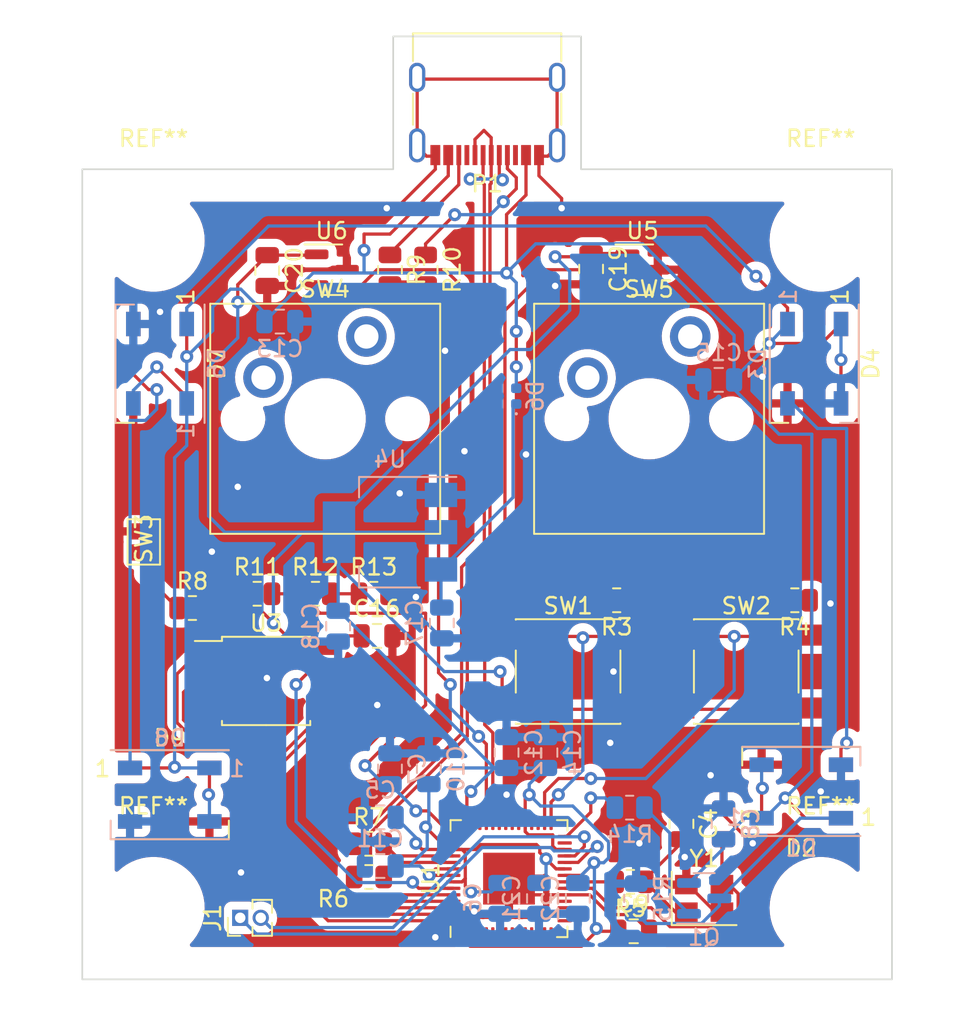
<source format=kicad_pcb>
(kicad_pcb (version 20211014) (generator pcbnew)
  (layers (0 "F.Cu" signal) (31 "B.Cu" signal) (34 "B.Paste" user) (35 "F.Paste" user) (36 "B.SilkS" user "B.Silkscreen") (37 "F.SilkS" user "F.Silkscreen") (38 "B.Mask" user) (39 "F.Mask" user) (44 "Edge.Cuts" user))
  (net 0 "")
  (net 1 "AUX0")
  (net 2 "GND")
  (net 3 "AUX1")
  (net 4 "Net-(C3-Pad2)")
  (net 5 "Net-(C4-Pad2)")
  (net 6 "Net-(C21-Pad1)")
  (net 7 "+3.3V")
  (net 8 "VBUS")
  (net 9 "Net-(C17-Pad1)")
  (net 10 "Net-(D1-Pad2)")
  (net 11 "Net-(D1-Pad4)")
  (net 12 "Net-(D2-Pad2)")
  (net 13 "Net-(D3-Pad2)")
  (net 14 "Net-(D4-Pad2)")
  (net 15 "Net-(D5-Pad2)")
  (net 16 "Net-(P1-PadA5)")
  (net 17 "USB_DP")
  (net 18 "Net-(P1-PadB5)")
  (net 19 "Net-(R5-Pad2)")
  (net 20 "Net-(R8-Pad1)")
  (net 21 "QSPI_SS")
  (net 22 "ADC_AVDD")
  (net 23 "Net-(R12-Pad2)")
  (net 31 "RGB_D0")
  (net 36 "Net-(J1-Pad1)")
  (net 37 "Net-(J1-Pad2)")
  (net 45 "ADC0")
  (net 46 "ADC1")
  (net 48 "QSPI_SD3")
  (net 49 "QSPI_SCLK")
  (net 50 "QSPI_SD0")
  (net 51 "QSPI_SD2")
  (net 52 "QSPI_SD1")
  (net 53 "USB_DN")
  (net 54 "/ANON_USB_DP")
  (net 55 "/ANON_USB_DN")
  (net 61 "Net-(D7-Pad2)")
  (net 62 "Net-(D8-Pad2)")
  (net 69 "Net-(Q1-Pad1)")
  (footprint "Switch_Keyboard_Cherry_MX:SW_Cherry_MX_PCB_1.00u" (layer "F.Cu") (at 95 79.4)
    (fp_text reference "SW4")
    (fp_text value "NO FIT")
  )
  (footprint "Crystal:Crystal_SMD_3225-4Pin_3.2x2.5mm" (layer "F.Cu") (at 118.4 109)
    (fp_text reference "Y1")
    (fp_text value "NX3225SA-12MHz-STD-CSR-6")
  )
  (footprint "Capacitor_SMD:C_0805_2012Metric" (layer "F.Cu") (at 91.42 70.25 -90)
    (fp_text reference "C20")
    (fp_text value "100n")
  )
  (footprint "Package_TO_SOT_SMD:SOT-23" (layer "F.Cu") (at 95.4 70.2)
    (fp_text reference "U6")
    (fp_text value "DRV5053VAQDBZR")
  )
  (footprint "Button_Switch_SMD:SW_Push_1P1T_NO_6x6mm_H9.5mm" (layer "F.Cu") (at 110 95)
    (fp_text reference "SW1")
    (fp_text value "TS04-66-70-BK-100-SMT")
  )
  (footprint "Package_TO_SOT_SMD:SOT-23" (layer "F.Cu") (at 114.6 70.2)
    (fp_text reference "U5")
    (fp_text value "DRV5053VAQDBZR")
  )
  (footprint "Connector_PinHeader_1.27mm:PinHeader_1x02_P1.27mm_Vertical" (layer "F.Cu") (at 89.75 110.2 90)
    (fp_text reference "J1")
    (fp_text value "NO FIT")
  )
  (footprint "Package_SO:SOIC-8_5.23x5.23mm_P1.27mm" (layer "F.Cu") (at 91.35 95.58)
    (fp_text reference "U3")
    (fp_text value "W25Q16JVSSIQ")
  )
  (footprint "Connector_USB:USB_C_Receptacle_G-Switch_GT-USB-7010ASV" (layer "F.Cu") (at 105 59.4 180)
    (fp_text reference "P1")
    (fp_text value "GT-USB-7010ASV")
  )
  (footprint "Resistor_SMD:R_0805_2012Metric" (layer "F.Cu") (at 94.4 90.2)
    (fp_text reference "R12")
    (fp_text value "27R")
  )
  (footprint "Capacitor_SMD:C_0805_2012Metric" (layer "F.Cu") (at 119.6 104.4 -90)
    (fp_text reference "C3")
    (fp_text value "2p")
  )
  (footprint "Capacitor_SMD:C_0805_2012Metric" (layer "F.Cu") (at 114.05 111.03)
    (fp_text reference "C9")
    (fp_text value "100n")
  )
  (footprint "Capacitor_SMD:C_0805_2012Metric" (layer "F.Cu") (at 98.2 92.8)
    (fp_text reference "C16")
    (fp_text value "100n")
  )
  (footprint "Resistor_SMD:R_0805_2012Metric" (layer "F.Cu") (at 113 90.6 180)
    (fp_text reference "R3")
    (fp_text value "10K")
  )
  (footprint "Resistor_SMD:R_0805_2012Metric" (layer "F.Cu") (at 101.2 70.2 -90)
    (fp_text reference "R10")
    (fp_text value "5K1")
  )
  (footprint "Capacitor_SMD:C_0805_2012Metric" (layer "F.Cu") (at 111.42 70.15 -90)
    (fp_text reference "C19")
    (fp_text value "100n")
  )
  (footprint "Package_DFN_QFN:QFN-56-1EP_7x7mm_P0.4mm_EP3.2x3.2mm" (layer "F.Cu") (at 106.35 107.78 90)
    (fp_text reference "U1")
    (fp_text value "RP2040")
  )
  (footprint "Resistor_SMD:R_0805_2012Metric" (layer "F.Cu") (at 113.85 107.98 180)
    (fp_text reference "R5")
    (fp_text value "1K")
  )
  (footprint "Capacitor_SMD:C_0805_2012Metric" (layer "F.Cu") (at 117 104.4 -90)
    (fp_text reference "C4")
    (fp_text value "2p")
  )
  (footprint "Resistor_SMD:R_0805_2012Metric" (layer "F.Cu") (at 97.7 107.68)
    (fp_text reference "R6")
    (fp_text value "27R")
  )
  (footprint "Button_Switch_SMD:SW_Push_1P1T_NO_6x6mm_H9.5mm" (layer "F.Cu") (at 121 95)
    (fp_text reference "SW2")
    (fp_text value "TS04-66-70-BK-100-SMT")
  )
  (footprint "Resistor_SMD:R_0805_2012Metric" (layer "F.Cu") (at 90.8 90.2)
    (fp_text reference "R11")
    (fp_text value "27R")
  )
  (footprint "Switch_Keyboard_Cherry_MX:SW_Cherry_MX_PCB_1.00u" (layer "F.Cu") (at 115 79.4)
    (fp_text reference "SW5")
    (fp_text value "NO FIT")
  )
  (footprint "LED_SMD:LED_WS2812B_PLCC4_5.0x5.0mm_P3.2mm" (layer "F.Cu") (at 124.4 102.4 180)
    (fp_text reference "D2")
    (fp_text value "WS2812B-B/T")
  )
  (footprint "Resistor_SMD:R_0805_2012Metric" (layer "F.Cu") (at 98 90.2)
    (fp_text reference "R13")
    (fp_text value "27R")
  )
  (footprint "LED_SMD:LED_WS2812B_PLCC4_5.0x5.0mm_P3.2mm" (layer "F.Cu") (at 84.8 76 -90)
    (fp_text reference "D7")
    (fp_text value "WS2812B-B/T")
  )
  (footprint "Jumper:SolderJumper-2_P1.3mm_Open_Pad1.0x1.5mm" (layer "F.Cu") (at 83.8 87 -90)
    (fp_text reference "SW3")
    (fp_text value "NO FIT")
  )
  (footprint "MountingHole:MountingHole_5.3mm_M5" (layer "F.Cu") (at 84.4 109.6)
    (fp_text reference "REF**")
    (fp_text value "MountingHole_5.3mm_M5")
  )
  (footprint "MountingHole:MountingHole_5.3mm_M5" (layer "F.Cu") (at 84.4 68.4)
    (fp_text reference "REF**")
    (fp_text value "MountingHole_5.3mm_M5")
  )
  (footprint "LED_SMD:LED_WS2812B_PLCC4_5.0x5.0mm_P3.2mm" (layer "F.Cu") (at 85.4 102.6)
    (fp_text reference "D9")
    (fp_text value "WS2812B-B/T")
  )
  (footprint "LED_SMD:LED_WS2812B_PLCC4_5.0x5.0mm_P3.2mm" (layer "F.Cu") (at 125.2 76 -90)
    (fp_text reference "D4")
    (fp_text value "WS2812B-B/T")
  )
  (footprint "MountingHole:MountingHole_5.3mm_M5" (layer "F.Cu") (at 125.6 109.6)
    (fp_text reference "REF**")
    (fp_text value "MountingHole_5.3mm_M5")
  )
  (footprint "Resistor_SMD:R_0805_2012Metric" (layer "F.Cu") (at 97.7 105.63)
    (fp_text reference "R7")
    (fp_text value "27R")
  )
  (footprint "Resistor_SMD:R_0805_2012Metric" (layer "F.Cu") (at 124 90.6 180)
    (fp_text reference "R4")
    (fp_text value "10K")
  )
  (footprint "Resistor_SMD:R_0805_2012Metric" (layer "F.Cu") (at 99 70.2 -90)
    (fp_text reference "R9")
    (fp_text value "5K1")
  )
  (footprint "MountingHole:MountingHole_5.3mm_M5" (layer "F.Cu") (at 125.6 68.4)
    (fp_text reference "REF**")
    (fp_text value "MountingHole_5.3mm_M5")
  )
  (footprint "Resistor_SMD:R_0805_2012Metric" (layer "F.Cu") (at 86.8 91.08)
    (fp_text reference "R8")
    (fp_text value "1K")
  )
  (footprint "LED_SMD:LED_WS2812B_PLCC4_5.0x5.0mm_P3.2mm" (layer "B.Cu") (at 125.2 76 -90)
    (fp_text reference "D3")
    (fp_text value "WS2812B-B/T")
  )
  (footprint "Capacitor_SMD:C_0805_2012Metric" (layer "B.Cu") (at 119.6 104.4 90)
    (fp_text reference "C8")
    (fp_text value "100n")
  )
  (footprint "LED_SMD:LED_WS2812B_PLCC4_5.0x5.0mm_P3.2mm" (layer "B.Cu") (at 85.4 102.6 180)
    (fp_text reference "D8")
    (fp_text value "WS2812B-B/T")
  )
  (footprint "Resistor_SMD:R_0805_2012Metric" (layer "B.Cu") (at 113.8 103.4)
    (fp_text reference "R14")
    (fp_text value "1K")
  )
  (footprint "Package_TO_SOT_SMD:SOT-223-3_TabPin2" (layer "B.Cu") (at 99 86.4 180)
    (fp_text reference "U4")
    (fp_text value "NCP1117-3.3_SOT223")
  )
  (footprint "Capacitor_SMD:C_0805_2012Metric" (layer "B.Cu") (at 108.6 100 90)
    (fp_text reference "C14")
    (fp_text value "100n")
  )
  (footprint "Capacitor_SMD:C_0805_2012Metric" (layer "B.Cu") (at 92.2 73.4)
    (fp_text reference "C13")
    (fp_text value "100n")
  )
  (footprint "Capacitor_SMD:C_0805_2012Metric" (layer "B.Cu") (at 106.2 100 90)
    (fp_text reference "C12")
    (fp_text value "100n")
  )
  (footprint "LED_SMD:LED_WS2812B_PLCC4_5.0x5.0mm_P3.2mm" (layer "B.Cu") (at 124.4 102.4)
    (fp_text reference "D1")
    (fp_text value "WS2812B-B/T")
  )
  (footprint "Capacitor_SMD:C_0805_2012Metric" (layer "B.Cu") (at 108.2 109 -90)
    (fp_text reference "C21")
    (fp_text value "100n")
  )
  (footprint "Package_TO_SOT_SMD:SOT-23" (layer "B.Cu") (at 118.4 109)
    (fp_text reference "Q1")
    (fp_text value "BC807-40LT1G")
  )
  (footprint "Resistor_SMD:R_0805_2012Metric" (layer "B.Cu") (at 114.2 109 90)
    (fp_text reference "R15")
    (fp_text value "10K")
  )
  (footprint "Diode_SMD:D_0402_1005Metric" (layer "B.Cu") (at 106.8 78 90)
    (fp_text reference "D6")
    (fp_text value "RB161QS-40")
  )
  (footprint "Capacitor_SMD:C_0805_2012Metric" (layer "B.Cu") (at 101.4 101 90)
    (fp_text reference "C10")
    (fp_text value "1u")
  )
  (footprint "Capacitor_SMD:C_0805_2012Metric" (layer "B.Cu") (at 105.8 109 -90)
    (fp_text reference "C6")
    (fp_text value "100n")
  )
  (footprint "Capacitor_SMD:C_0805_2012Metric" (layer "B.Cu") (at 95.8 92.2 -90)
    (fp_text reference "C18")
    (fp_text value "10u")
  )
  (footprint "Capacitor_SMD:C_0805_2012Metric" (layer "B.Cu") (at 119.3 77 180)
    (fp_text reference "C15")
    (fp_text value "100n")
  )
  (footprint "Capacitor_SMD:C_0805_2012Metric" (layer "B.Cu") (at 102.2 92 -90)
    (fp_text reference "C17")
    (fp_text value "10u")
  )
  (footprint "Capacitor_SMD:C_0805_2012Metric" (layer "B.Cu") (at 99 101 90)
    (fp_text reference "C7")
    (fp_text value "1u")
  )
  (footprint "LED_SMD:LED_WS2812B_PLCC4_5.0x5.0mm_P3.2mm" (layer "B.Cu") (at 84.8 76 90)
    (fp_text reference "D5")
    (fp_text value "WS2812B-B/T")
  )
  (footprint "Capacitor_SMD:C_0805_2012Metric" (layer "B.Cu") (at 110.6 109 -90)
    (fp_text reference "C22")
    (fp_text value "100n")
  )
  (footprint "Capacitor_SMD:C_0805_2012Metric" (layer "B.Cu") (at 98.4 107 180)
    (fp_text reference "C11")
    (fp_text value "100n")
  )
  (footprint "Capacitor_SMD:C_0805_2012Metric" (layer "B.Cu") (at 98.4 104 180)
    (fp_text reference "C5")
    (fp_text value "1u")
  )
  (gr_poly locked (pts (xy 110.8 64) (xy 130 64) (xy 130 114) (xy 80 114) (xy 80 64) (xy 99.2 64) (xy 99.2 55.8) (xy 110.8 55.8)) (layer "Edge.Cuts") (width 0.1) (fill none))
  (segment (start 110.83 92.83) (end 105.925 92.83) (width 0.2) (layer "F.Cu") (net 1))
  (segment (start 110.9125 92.9125) (end 110.83 92.83) (width 0.2) (layer "F.Cu") (net 1))
  (segment (start 105.925 92.83) (end 113.875 92.83) (width 0.2) (layer "F.Cu") (net 1))
  (segment (start 108.95 104.3425) (end 108.95 103.05) (width 0.2) (layer "F.Cu") (net 1))
  (segment (start 113.875 92.83) (end 113.875 90.6375) (width 0.2) (layer "F.Cu") (net 1))
  (segment (start 113.875 90.6375) (end 113.9125 90.6) (width 0.2) (layer "F.Cu") (net 1))
  (segment (start 108.95 103.05) (end 109.4 102.6) (width 0.2) (layer "F.Cu") (net 1))
  (via (at 110.9125 92.9125) (size 0.8) (drill 0.4) (layers "F.Cu" "B.Cu") (net 1))
  (via (at 109.4 102.6) (size 0.8) (drill 0.4) (layers "F.Cu" "B.Cu") (net 1))
  (segment (start 110.9125 101.0875) (end 109.4 102.6) (width 0.2) (layer "B.Cu") (net 1))
  (segment (start 110.9125 92.9125) (end 110.9125 101.0875) (width 0.2) (layer "B.Cu") (net 1))
  (segment (start 112.554314 110) (end 113.97 110) (width 0.2) (layer "F.Cu") (net 2))
  (segment (start 89.315 97.485) (end 91.4 95.4) (width 0.2) (layer "F.Cu") (net 2))
  (segment (start 121.4 105.6) (end 121.352817 105.6) (width 0.2) (layer "F.Cu") (net 2))
  (segment (start 121.352817 105.6) (end 119.6 103.847183) (width 0.2) (layer "F.Cu") (net 2))
  (segment (start 117.3 108.15) (end 117.3 106.5495) (width 0.2) (layer "F.Cu") (net 2))
  (segment (start 109.6 66.4) (end 109.6 65.8) (width 0.2) (layer "F.Cu") (net 2))
  (segment (start 98.8 66.4) (end 99.4 66.4) (width 0.2) (layer "F.Cu") (net 2))
  (segment (start 101.255 63.19) (end 100.68 62.615) (width 0.2) (layer "F.Cu") (net 2))
  (segment (start 119.1 109.85) (end 119.5 109.85) (width 0.2) (layer "F.Cu") (net 2))
  (segment (start 109.6 65.8) (end 108.2 64.4) (width 0.2) (layer "F.Cu") (net 2))
  (segment (start 108.745 63.19) (end 109.32 62.615) (width 0.2) (layer "F.Cu") (net 2))
  (segment (start 108.2 63.19) (end 108.745 63.19) (width 0.2) (layer "F.Cu") (net 2))
  (segment (start 117.3 106.5495) (end 117.2 106.4495) (width 0.2) (layer "F.Cu") (net 2))
  (segment (start 100.68 58.435) (end 109.32 58.435) (width 0.2) (layer "F.Cu") (net 2))
  (segment (start 107.35 108.78) (end 106.35 107.78) (width 0.2) (layer "F.Cu") (net 2))
  (segment (start 109.32 58.435) (end 109.32 62.615) (width 0.2) (layer "F.Cu") (net 2))
  (segment (start 101.8 64) (end 101.8 63.19) (width 0.2) (layer "F.Cu") (net 2))
  (segment (start 113.97 110) (end 115 111.03) (width 0.2) (layer "F.Cu") (net 2))
  (segment (start 119.6 103.847183) (end 119.6 103.45) (width 0.2) (layer "F.Cu") (net 2))
  (segment (start 109.7875 108.78) (end 111.334314 108.78) (width 0.2) (layer "F.Cu") (net 2))
  (segment (start 87.75 97.485) (end 89.315 97.485) (width 0.2) (layer "F.Cu") (net 2))
  (segment (start 117.3 108.15) (end 117.4 108.15) (width 0.2) (layer "F.Cu") (net 2))
  (segment (start 108.2 64.4) (end 108.2 63.19) (width 0.2) (layer "F.Cu") (net 2))
  (segment (start 99.4 66.4) (end 101.8 64) (width 0.2) (layer "F.Cu") (net 2))
  (segment (start 117.4 108.15) (end 119.1 109.85) (width 0.2) (layer "F.Cu") (net 2))
  (segment (start 100.68 62.615) (end 100.68 58.435) (width 0.2) (layer "F.Cu") (net 2))
  (segment (start 101.8 63.19) (end 101.255 63.19) (width 0.2) (layer "F.Cu") (net 2))
  (segment (start 109.7875 108.78) (end 107.35 108.78) (width 0.2) (layer "F.Cu") (net 2))
  (segment (start 111.334314 108.78) (end 112.554314 110) (width 0.2) (layer "F.Cu") (net 2))
  (via (at 121.4 105.6) (size 0.8) (drill 0.4) (layers "F.Cu" "B.Cu") (net 2))
  (via (at 117.2 106.4495) (size 0.8) (drill 0.4) (layers "F.Cu" "B.Cu") (net 2))
  (via (at 84.8 72.8) (size 0.8) (drill 0.4) (layers "F.Cu" "B.Cu") (net 2))
  (via (at 112.6 99.4) (size 0.8) (drill 0.4) (layers "F.Cu" "B.Cu") (net 2))
  (via (at 98.215064 97.065109) (size 0.8) (drill 0.4) (layers "F.Cu" "B.Cu") (net 2))
  (via (at 89.6 83.6) (size 0.8) (drill 0.4) (layers "F.Cu" "B.Cu") (net 2))
  (via (at 101.8 111.4) (size 0.8) (drill 0.4) (layers "F.Cu" "B.Cu") (net 2))
  (via (at 99.6 84) (size 0.8) (drill 0.4) (layers "F.Cu" "B.Cu") (net 2))
  (via (at 109.6 66.4) (size 0.8) (drill 0.4) (layers "F.Cu" "B.Cu") (net 2))
  (via (at 109.2 71.2) (size 0.8) (drill 0.4) (layers "F.Cu" "B.Cu") (net 2))
  (via (at 98.8 66.4) (size 0.8) (drill 0.4) (layers "F.Cu" "B.Cu") (net 2))
  (via (at 125.6 102.4) (size 0.8) (drill 0.4) (layers "F.Cu" "B.Cu") (net 2))
  (via (at 126.2 90.8) (size 0.8) (drill 0.4) (layers "F.Cu" "B.Cu") (net 2))
  (via (at 103.6 81.4) (size 0.8) (drill 0.4) (layers "F.Cu" "B.Cu") (net 2))
  (via (at 114.4 105.6) (size 0.8) (drill 0.4) (layers "F.Cu" "B.Cu") (net 2))
  (via (at 91.4 95.4) (size 0.8) (drill 0.4) (layers "F.Cu" "B.Cu") (net 2))
  (via (at 88 87.6) (size 0.8) (drill 0.4) (layers "F.Cu" "B.Cu") (net 2))
  (via (at 100.6 90.4) (size 0.8) (drill 0.4) (layers "F.Cu" "B.Cu") (net 2))
  (via (at 102.4 75.2) (size 0.8) (drill 0.4) (layers "F.Cu" "B.Cu") (net 2))
  (via (at 104.2 109.8) (size 0.8) (drill 0.4) (layers "F.Cu" "B.Cu") (net 2))
  (via (at 118.8 101.4) (size 0.8) (drill 0.4) (layers "F.Cu" "B.Cu") (net 2))
  (via (at 89.8 107.4) (size 0.8) (drill 0.4) (layers "F.Cu" "B.Cu") (net 2))
  (via (at 106.2 102.6) (size 0.8) (drill 0.4) (layers "F.Cu" "B.Cu") (net 2))
  (via (at 122 76.8) (size 0.8) (drill 0.4) (layers "F.Cu" "B.Cu") (net 2))
  (via (at 107.4 81.6) (size 0.8) (drill 0.4) (layers "F.Cu" "B.Cu") (net 2))
  (via (at 112.8 95) (size 0.8) (drill 0.4) (layers "F.Cu" "B.Cu") (net 2))
  (segment (start 117.2 106.4495) (end 117.785403 105.864097) (width 0.2) (layer "B.Cu") (net 2))
  (segment (start 100.6 91.35) (end 102.2 92.95) (width 0.2) (layer "B.Cu") (net 2))
  (segment (start 117.785403 105.864097) (end 117.785403 105.264597) (width 0.2) (layer "B.Cu") (net 2))
  (segment (start 117.785403 105.264597) (end 119.6 103.45) (width 0.2) (layer "B.Cu") (net 2))
  (segment (start 100.6 90.4) (end 100.6 91.35) (width 0.2) (layer "B.Cu") (net 2))
  (segment (start 109.41005 101.6) (end 111.4 101.6) (width 0.2) (layer "F.Cu") (net 3))
  (segment (start 125.025 92.83) (end 125.025 90.7125) (width 0.2) (layer "F.Cu") (net 3))
  (segment (start 125.025 90.7125) (end 124.9125 90.6) (width 0.2) (layer "F.Cu") (net 3))
  (segment (start 108.55 104.3425) (end 108.55 102.46005) (width 0.2) (layer "F.Cu") (net 3))
  (segment (start 117.075 92.83) (end 125.025 92.83) (width 0.2) (layer "F.Cu") (net 3))
  (segment (start 108.55 102.46005) (end 109.41005 101.6) (width 0.2) (layer "F.Cu") (net 3))
  (segment (start 117.075 92.83) (end 120.2575 92.83) (width 0.2) (layer "F.Cu") (net 3))
  (via (at 111.4 101.6) (size 0.8) (drill 0.4) (layers "F.Cu" "B.Cu") (net 3))
  (via (at 120.2575 92.83) (size 0.8) (drill 0.4) (layers "F.Cu" "B.Cu") (net 3))
  (segment (start 120.2575 92.83) (end 120.2575 96.145317) (width 0.2) (layer "B.Cu") (net 3))
  (segment (start 114.802817 101.6) (end 111.4 101.6) (width 0.2) (layer "B.Cu") (net 3))
  (segment (start 120.2575 96.145317) (end 114.802817 101.6) (width 0.2) (layer "B.Cu") (net 3))
  (segment (start 119.5 108.15) (end 119.5 105.45) (width 0.2) (layer "F.Cu") (net 4))
  (segment (start 115.13 109.58) (end 116.3 110.75) (width 0.2) (layer "F.Cu") (net 4))
  (segment (start 116.3 110.75) (end 120.45 110.75) (width 0.2) (layer "F.Cu") (net 4))
  (segment (start 120.5 108.7) (end 119.95 108.15) (width 0.2) (layer "F.Cu") (net 4))
  (segment (start 119.5 105.45) (end 119.6 105.35) (width 0.2) (layer "F.Cu") (net 4))
  (segment (start 109.7875 108.38) (end 111.5 108.38) (width 0.2) (layer "F.Cu") (net 4))
  (segment (start 119.95 108.15) (end 119.5 108.15) (width 0.2) (layer "F.Cu") (net 4))
  (segment (start 120.45 110.75) (end 120.5 110.7) (width 0.2) (layer "F.Cu") (net 4))
  (segment (start 111.5 108.38) (end 112.7 109.58) (width 0.2) (layer "F.Cu") (net 4))
  (segment (start 119.6 105.35) (end 119.8 105.55) (width 0.2) (layer "F.Cu") (net 4))
  (segment (start 112.7 109.58) (end 115.13 109.58) (width 0.2) (layer "F.Cu") (net 4))
  (segment (start 120.5 110.7) (end 120.5 108.7) (width 0.2) (layer "F.Cu") (net 4))
  (segment (start 117.3 109.85) (end 116.6325 109.85) (width 0.2) (layer "F.Cu") (net 5))
  (segment (start 117.15 105.35) (end 117 105.35) (width 0.2) (layer "F.Cu") (net 5))
  (segment (start 117 105.48) (end 117 105.35) (width 0.2) (layer "F.Cu") (net 5))
  (segment (start 116.6325 109.85) (end 114.7625 107.98) (width 0.2) (layer "F.Cu") (net 5))
  (segment (start 114.7625 107.98) (end 114.7625 107.80875) (width 0.2) (layer "F.Cu") (net 5))
  (segment (start 117 105.57125) (end 117 105.48) (width 0.2) (layer "F.Cu") (net 5))
  (segment (start 114.7625 107.80875) (end 117 105.57125) (width 0.2) (layer "F.Cu") (net 5))
  (segment (start 109.255025 107.18) (end 109.7875 107.18) (width 0.2) (layer "F.Cu") (net 6))
  (segment (start 103.444975 107.98) (end 103.65 107.774975) (width 0.2) (layer "F.Cu") (net 6))
  (segment (start 102.9125 105.98) (end 100.98 105.98) (width 0.2) (layer "F.Cu") (net 6))
  (segment (start 103.65 108.25) (end 104 108.6) (width 0.2) (layer "F.Cu") (net 6))
  (segment (start 103.444975 105.98) (end 102.9125 105.98) (width 0.2) (layer "F.Cu") (net 6))
  (segment (start 102.9125 107.98) (end 103.444975 107.98) (width 0.2) (layer "F.Cu") (net 6))
  (segment (start 108.25 105.88) (end 108.25 106.174975) (width 0.2) (layer "F.Cu") (net 6))
  (segment (start 108.25 106.174975) (end 108.637513 106.562487) (width 0.2) (layer "F.Cu") (net 6))
  (segment (start 100.98 105.98) (end 100.6 105.6) (width 0.2) (layer "F.Cu") (net 6))
  (segment (start 108.05 105.68) (end 108.25 105.88) (width 0.2) (layer "F.Cu") (net 6))
  (segment (start 103.65 107.774975) (end 103.65 108.25) (width 0.2) (layer "F.Cu") (net 6))
  (segment (start 102.9125 105.98) (end 104.3 105.98) (width 0.2) (layer "F.Cu") (net 6))
  (segment (start 103.65 107.774975) (end 103.65 106.185025) (width 0.2) (layer "F.Cu") (net 6))
  (segment (start 104.6 105.68) (end 108.05 105.68) (width 0.2) (layer "F.Cu") (net 6))
  (segment (start 103.65 106.185025) (end 103.444975 105.98) (width 0.2) (layer "F.Cu") (net 6))
  (segment (start 104.3 105.98) (end 104.6 105.68) (width 0.2) (layer "F.Cu") (net 6))
  (segment (start 108.737513 106.662487) (end 109.255025 107.18) (width 0.2) (layer "F.Cu") (net 6))
  (segment (start 108.637513 106.562487) (end 108.737513 106.662487) (width 0.2) (layer "F.Cu") (net 6))
  (via (at 104 108.6) (size 0.8) (drill 0.4) (layers "F.Cu" "B.Cu") (net 6))
  (via (at 100.6 105.6) (size 0.8) (drill 0.4) (layers "F.Cu" "B.Cu") (net 6))
  (via (at 108.637513 106.562487) (size 0.8) (drill 0.4) (layers "F.Cu" "B.Cu") (net 6))
  (segment (start 100.6 105.25) (end 99.35 104) (width 0.2) (layer "B.Cu") (net 6))
  (segment (start 100.6 105.6) (end 100.6 105.25) (width 0.2) (layer "B.Cu") (net 6))
  (segment (start 108.637513 107.612487) (end 108.2 108.05) (width 0.2) (layer "B.Cu") (net 6))
  (segment (start 104 108.6) (end 105.25 108.6) (width 0.2) (layer "B.Cu") (net 6))
  (segment (start 108.637513 106.562487) (end 108.637513 107.612487) (width 0.2) (layer "B.Cu") (net 6))
  (segment (start 105.25 108.6) (end 105.8 108.05) (width 0.2) (layer "B.Cu") (net 6))
  (segment (start 107.375 111.955) (end 103.955025 111.955) (width 0.2) (layer "F.Cu") (net 7))
  (segment (start 111.42 69.2) (end 113.6125 69.2) (width 0.2) (layer "F.Cu") (net 7))
  (segment (start 110.82 107.58) (end 111.6 106.8) (width 0.2) (layer "F.Cu") (net 7))
  (segment (start 109.2 69.4) (end 109.4 69.2) (width 0.2) (layer "F.Cu") (net 7))
  (segment (start 107.555025 105.08) (end 107.35 104.874975) (width 0.2) (layer "F.Cu") (net 7))
  (segment (start 89.6 71.12) (end 91.42 69.3) (width 0.2) (layer "F.Cu") (net 7))
  (segment (start 90 90.2) (end 91.8 92) (width 0.2) (layer "F.Cu") (net 7))
  (segment (start 107.35 104.874975) (end 107.35 104.3425) (width 0.2) (layer "F.Cu") (net 7))
  (segment (start 103.75 102.65) (end 104 102.4) (width 0.2) (layer "F.Cu") (net 7))
  (segment (start 109.05 105.08) (end 107.555025 105.08) (width 0.2) (layer "F.Cu") (net 7))
  (segment (start 103.75 111.749975) (end 103.75 111.2175) (width 0.2) (layer "F.Cu") (net 7))
  (segment (start 94.4125 69.3) (end 94.4625 69.25) (width 0.2) (layer "F.Cu") (net 7))
  (segment (start 105.925 97.33) (end 105.925 95.125) (width 0.2) (layer "F.Cu") (net 7))
  (segment (start 102.9125 105.58) (end 102.18 105.58) (width 0.2) (layer "F.Cu") (net 7))
  (segment (start 102.9125 107.58) (end 101.42 107.58) (width 0.2) (layer "F.Cu") (net 7))
  (segment (start 107.35 104.3425) (end 107.35 102.85) (width 0.2) (layer "F.Cu") (net 7))
  (segment (start 95.825 92.8) (end 94.95 93.675) (width 0.2) (layer "F.Cu") (net 7))
  (segment (start 91.42 69.3) (end 94.4125 69.3) (width 0.2) (layer "F.Cu") (net 7))
  (segment (start 102.18 105.58) (end 101.2 104.6) (width 0.2) (layer "F.Cu") (net 7))
  (segment (start 107.375 111.955) (end 110.825 111.955) (width 0.2) (layer "F.Cu") (net 7))
  (segment (start 109.2 69.4) (end 111.22 69.4) (width 0.2) (layer "F.Cu") (net 7))
  (segment (start 107.35 111.2175) (end 107.35 111.93) (width 0.2) (layer "F.Cu") (net 7))
  (segment (start 103.75 104.3425) (end 103.75 102.65) (width 0.2) (layer "F.Cu") (net 7))
  (segment (start 113.875 97.33) (end 117.075 97.33) (width 0.2) (layer "F.Cu") (net 7))
  (segment (start 111.75 111.03) (end 113.1 111.03) (width 0.2) (layer "F.Cu") (net 7))
  (segment (start 109.255025 105.98) (end 109.05 105.774975) (width 0.2) (layer "F.Cu") (net 7))
  (segment (start 97.05 92.8) (end 95.825 92.8) (width 0.2) (layer "F.Cu") (net 7))
  (segment (start 103.955025 111.955) (end 103.75 111.749975) (width 0.2) (layer "F.Cu") (net 7))
  (segment (start 91.42 69.3) (end 91.47 69.25) (width 0.2) (layer "F.Cu") (net 7))
  (segment (start 105.925 95.125) (end 105.8 95) (width 0.2) (layer "F.Cu") (net 7))
  (segment (start 105.925 97.33) (end 113.875 97.33) (width 0.2) (layer "F.Cu") (net 7))
  (segment (start 113.6125 69.2) (end 113.6625 69.25) (width 0.2) (layer "F.Cu") (net 7))
  (segment (start 94.95 93.675) (end 93.475 93.675) (width 0.2) (layer "F.Cu") (net 7))
  (segment (start 89.6 72.2) (end 89.6 71.12) (width 0.2) (layer "F.Cu") (net 7))
  (segment (start 117.075 97.33) (end 125.025 97.33) (width 0.2) (layer "F.Cu") (net 7))
  (segment (start 101.42 107.58) (end 101.82 107.18) (width 0.2) (layer "F.Cu") (net 7))
  (segment (start 110.825 111.955) (end 111.75 111.03) (width 0.2) (layer "F.Cu") (net 7))
  (segment (start 107.35 111.93) (end 107.375 111.955) (width 0.2) (layer "F.Cu") (net 7))
  (segment (start 109.05 105.774975) (end 109.05 105.08) (width 0.2) (layer "F.Cu") (net 7))
  (segment (start 101.82 107.18) (end 102.9125 107.18) (width 0.2) (layer "F.Cu") (net 7))
  (segment (start 111.22 69.4) (end 111.42 69.2) (width 0.2) (layer "F.Cu") (net 7))
  (segment (start 109.7875 107.58) (end 110.82 107.58) (width 0.2) (layer "F.Cu") (net 7))
  (segment (start 93.475 93.675) (end 91.8 92) (width 0.2) (layer "F.Cu") (net 7))
  (segment (start 89.8875 90.2) (end 90 90.2) (width 0.2) (layer "F.Cu") (net 7))
  (segment (start 107.35 102.85) (end 107.6 102.6) (width 0.2) (layer "F.Cu") (net 7))
  (segment (start 109.7875 105.98) (end 109.255025 105.98) (width 0.2) (layer "F.Cu") (net 7))
  (via (at 111.739657 110.860343) (size 0.8) (drill 0.4) (layers "F.Cu" "B.Cu") (net 7))
  (via (at 109.2 69.4) (size 0.8) (drill 0.4) (layers "F.Cu" "B.Cu") (net 7))
  (via (at 89.6 72.2) (size 0.8) (drill 0.4) (layers "F.Cu" "B.Cu") (net 7))
  (via (at 107.6 102.6) (size 0.8) (drill 0.4) (layers "F.Cu" "B.Cu") (net 7))
  (via (at 91.8 92) (size 0.8) (drill 0.4) (layers "F.Cu" "B.Cu") (net 7))
  (via (at 101.2 104.6) (size 0.8) (drill 0.4) (layers "F.Cu" "B.Cu") (net 7))
  (via (at 105.8 95) (size 0.8) (drill 0.4) (layers "F.Cu" "B.Cu") (net 7))
  (via (at 111.6 106.8) (size 0.8) (drill 0.4) (layers "F.Cu" "B.Cu") (net 7))
  (via (at 104 102.4) (size 0.8) (drill 0.4) (layers "F.Cu" "B.Cu") (net 7))
  (via (at 101.42 107.58) (size 0.8) (drill 0.4) (layers "F.Cu" "B.Cu") (net 7))
  (segment (start 112.5 105.51005) (end 112.5 106.5) (width 0.2) (layer "B.Cu") (net 7))
  (segment (start 99.35 107) (end 100.2 107) (width 0.2) (layer "B.Cu") (net 7))
  (segment (start 105.45 100.95) (end 106.2 100.95) (width 0.2) (layer "B.Cu") (net 7))
  (segment (start 95.85 86.4) (end 93.6 86.4) (width 0.2) (layer "B.Cu") (net 7))
  (segment (start 107.6 102.6) (end 108.3 103.3) (width 0.2) (layer "B.Cu") (net 7))
  (segment (start 111.625 110.745685) (end 111.739657 110.860343) (width 0.2) (layer "B.Cu") (net 7))
  (segment (start 112.5 106.5) (end 112.2 106.8) (width 0.2) (layer "B.Cu") (net 7))
  (segment (start 101.4 104.4) (end 101.4 101.95) (width 0.2) (layer "B.Cu") (net 7))
  (segment (start 101.42 107.58) (end 100.84 107) (width 0.2) (layer "B.Cu") (net 7))
  (segment (start 109.2 69.4) (end 110.1 70.3) (width 0.2) (layer "B.Cu") (net 7))
  (segment (start 110.6 107.8) (end 111.6 106.8) (width 0.2) (layer "B.Cu") (net 7))
  (segment (start 89.6 74.4) (end 87.8 76.2) (width 0.2) (layer "B.Cu") (net 7))
  (segment (start 102.4 100.95) (end 101.4 101.95) (width 0.2) (layer "B.Cu") (net 7))
  (segment (start 102.35 95) (end 105.8 95) (width 0.2) (layer "B.Cu") (net 7))
  (segment (start 101.3 104.7) (end 101.2 104.6) (width 0.2) (layer "B.Cu") (net 7))
  (segment (start 103.774035 99.174035) (end 95.8 91.2) (width 0.2) (layer "B.Cu") (net 7))
  (segment (start 106.2 100.95) (end 108.6 100.95) (width 0.2) (layer "B.Cu") (net 7))
  (segment (start 93.6 86.4) (end 91.8 88.2) (width 0.2) (layer "B.Cu") (net 7))
  (segment (start 95.85 85.691703) (end 95.85 86.4) (width 0.2) (layer "B.Cu") (net 7))
  (segment (start 107.6 101.95) (end 108.6 100.95) (width 0.2) (layer "B.Cu") (net 7))
  (segment (start 106.2 100.95) (end 102.4 100.95) (width 0.2) (layer "B.Cu") (net 7))
  (segment (start 95.8 91.25) (end 95.8 86.45) (width 0.2) (layer "B.Cu") (net 7))
  (segment (start 89.6 72.2) (end 89.6 74.4) (width 0.2) (layer "B.Cu") (net 7))
  (segment (start 100.84 107) (end 99.35 107) (width 0.2) (layer "B.Cu") (net 7))
  (segment (start 95.85 88.5) (end 102.35 95) (width 0.2) (layer "B.Cu") (net 7))
  (segment (start 110.28995 103.3) (end 112.5 105.51005) (width 0.2) (layer "B.Cu") (net 7))
  (segment (start 111.6 106.8) (end 111.625 106.825) (width 0.2) (layer "B.Cu") (net 7))
  (segment (start 112.2 106.8) (end 111.6 106.8) (width 0.2) (layer "B.Cu") (net 7))
  (segment (start 101.3 105.9) (end 101.3 104.7) (width 0.2) (layer "B.Cu") (net 7))
  (segment (start 107.6 102.6) (end 107.6 101.95) (width 0.2) (layer "B.Cu") (net 7))
  (segment (start 107.675 75.125) (end 106.416703 75.125) (width 0.2) (layer "B.Cu") (net 7))
  (segment (start 105.431382 100.95) (end 103.774035 99.292653) (width 0.2) (layer "B.Cu") (net 7))
  (segment (start 95.8 86.45) (end 95.85 86.4) (width 0.2) (layer "B.Cu") (net 7))
  (segment (start 95.85 86.4) (end 99.2 86.4) (width 0.2) (layer "B.Cu") (net 7))
  (segment (start 106.2 100.95) (end 105.431382 100.95) (width 0.2) (layer "B.Cu") (net 7))
  (segment (start 110.6 108.05) (end 110.6 107.8) (width 0.2) (layer "B.Cu") (net 7))
  (segment (start 108.3 103.3) (end 110.28995 103.3) (width 0.2) (layer "B.Cu") (net 7))
  (segment (start 101.2 104.6) (end 101.4 104.4) (width 0.2) (layer "B.Cu") (net 7))
  (segment (start 100.2 107) (end 101.3 105.9) (width 0.2) (layer "B.Cu") (net 7))
  (segment (start 104 102.4) (end 105.45 100.95) (width 0.2) (layer "B.Cu") (net 7))
  (segment (start 106.416703 75.125) (end 95.85 85.691703) (width 0.2) (layer "B.Cu") (net 7))
  (segment (start 111.625 106.825) (end 111.625 110.745685) (width 0.2) (layer "B.Cu") (net 7))
  (segment (start 110.1 72.7) (end 107.675 75.125) (width 0.2) (layer "B.Cu") (net 7))
  (segment (start 103.774035 99.292653) (end 103.774035 99.174035) (width 0.2) (layer "B.Cu") (net 7))
  (segment (start 87.8 76.2) (end 87.8 85.4) (width 0.2) (layer "B.Cu") (net 7))
  (segment (start 87.8 85.4) (end 88.8 86.4) (width 0.2) (layer "B.Cu") (net 7))
  (segment (start 110.1 70.3) (end 110.1 72.7) (width 0.2) (layer "B.Cu") (net 7))
  (segment (start 95.85 86.4) (end 95.85 88.5) (width 0.2) (layer "B.Cu") (net 7))
  (segment (start 91.8 88.2) (end 91.8 92) (width 0.2) (layer "B.Cu") (net 7))
  (segment (start 88.8 86.4) (end 95.85 86.4) (width 0.2) (layer "B.Cu") (net 7))
  (segment (start 99.2 86.4) (end 102.15 86.4) (width 0.2) (layer "B.Cu") (net 7))
  (segment (start 102.6 64.4) (end 99 68) (width 0.2) (layer "F.Cu") (net 8))
  (segment (start 85.65 100.95) (end 85.7 100.9) (width 0.2) (layer "F.Cu") (net 8))
  (segment (start 107.4 63.19) (end 107.4 65.58995) (width 0.2) (layer "F.Cu") (net 8))
  (segment (start 126.85 104.05) (end 124.65 104.05) (width 0.2) (layer "F.Cu") (net 8))
  (segment (start 86.45 73.55) (end 86.45 75.56005) (width 0.2) (layer "F.Cu") (net 8))
  (segment (start 125.649249 74.750751) (end 126.85 73.55) (width 0.2) (layer "F.Cu") (net 8))
  (segment (start 106.8 74) (end 106.8 76.2) (width 0.2) (layer "F.Cu") (net 8))
  (segment (start 124.65 104.05) (end 123.4 102.8) (width 0.2) (layer "F.Cu") (net 8))
  (segment (start 102.6 63.19) (end 102.6 64.4) (width 0.2) (layer "F.Cu") (net 8))
  (segment (start 122.420102 74.750751) (end 125.649249 74.750751) (width 0.2) (layer "F.Cu") (net 8))
  (segment (start 106.2 66.78995) (end 106.2 70.4) (width 0.2) (layer "F.Cu") (net 8))
  (segment (start 97.4 68) (end 97.4 69) (width 0.2) (layer "F.Cu") (net 8))
  (segment (start 107.4 65.58995) (end 106.2 66.78995) (width 0.2) (layer "F.Cu") (net 8))
  (segment (start 82.95 100.95) (end 85.65 100.95) (width 0.2) (layer "F.Cu") (net 8))
  (segment (start 99 68) (end 97.4 68) (width 0.2) (layer "F.Cu") (net 8))
  (via (at 97.4 69) (size 0.8) (drill 0.4) (layers "F.Cu" "B.Cu") (net 8))
  (via (at 86.45 75.56005) (size 0.8) (drill 0.4) (layers "F.Cu" "B.Cu") (net 8))
  (via (at 85.7 100.9) (size 0.8) (drill 0.4) (layers "F.Cu" "B.Cu") (net 8))
  (via (at 106.2 70.4) (size 0.8) (drill 0.4) (layers "F.Cu" "B.Cu") (net 8))
  (via (at 106.8 76.2) (size 0.8) (drill 0.4) (layers "F.Cu" "B.Cu") (net 8))
  (via (at 106.8 74) (size 0.8) (drill 0.4) (layers "F.Cu" "B.Cu") (net 8))
  (via (at 123.4 102.8) (size 0.8) (drill 0.4) (layers "F.Cu" "B.Cu") (net 8))
  (via (at 122.420102 74.750751) (size 0.8) (drill 0.4) (layers "F.Cu" "B.Cu") (net 8))
  (segment (start 122.15 104.05) (end 123.4 102.8) (width 0.2) (layer "B.Cu") (net 8))
  (segment (start 106.2 70.4) (end 106.8 71) (width 0.2) (layer "B.Cu") (net 8))
  (segment (start 97.4 70.4) (end 106.2 70.4) (width 0.2) (layer "B.Cu") (net 8))
  (segment (start 120.25 76.5) (end 120.670853 76.5) (width 0.2) (layer "B.Cu") (net 8))
  (segment (start 120.25 74.25) (end 120.25 77) (width 0.2) (layer "B.Cu") (net 8))
  (segment (start 87.85 100.95) (end 85.75 100.95) (width 0.2) (layer "B.Cu") (net 8))
  (segment (start 117.4625 108.05) (end 119.6 105.9125) (width 0.2) (layer "B.Cu") (net 8))
  (segment (start 114.6 68.6) (end 120.25 74.25) (width 0.2) (layer "B.Cu") (net 8))
  (segment (start 97.4 70.4) (end 94.25 70.4) (width 0.2) (layer "B.Cu") (net 8))
  (segment (start 108 68.6) (end 114.6 68.6) (width 0.2) (layer "B.Cu") (net 8))
  (segment (start 97.4 70.4) (end 97.4 69) (width 0.2) (layer "B.Cu") (net 8))
  (segment (start 91.25 72.86005) (end 89.78995 71.4) (width 0.2) (layer "B.Cu") (net 8))
  (segment (start 125.05 80.35) (end 123.026348 80.35) (width 0.2) (layer "B.Cu") (net 8))
  (segment (start 106.8 71) (end 106.8 74) (width 0.2) (layer "B.Cu") (net 8))
  (segment (start 89.78995 71.4) (end 89.15 71.4) (width 0.2) (layer "B.Cu") (net 8))
  (segment (start 85.75 100.95) (end 85.7 100.9) (width 0.2) (layer "B.Cu") (net 8))
  (segment (start 89.15 71.4) (end 88.05 72.5) (width 0.2) (layer "B.Cu") (net 8))
  (segment (start 85.7 81.8) (end 86.45 81.05) (width 0.2) (layer "B.Cu") (net 8))
  (segment (start 120.9 104.05) (end 119.6 105.35) (width 0.2) (layer "B.Cu") (net 8))
  (segment (start 121.95 104.05) (end 122.15 104.05) (width 0.2) (layer "B.Cu") (net 8))
  (segment (start 120.25 77.573652) (end 123.026348 80.35) (width 0.2) (layer "B.Cu") (net 8))
  (segment (start 121.95 104.05) (end 120.9 104.05) (width 0.2) (layer "B.Cu") (net 8))
  (segment (start 120.25 76.920853) (end 122.420102 74.750751) (width 0.2) (layer "B.Cu") (net 8))
  (segment (start 88.05 72.5) (end 88.05 73.96005) (width 0.2) (layer "B.Cu") (net 8))
  (segment (start 94.25 70.4) (end 91.25 73.4) (width 0.2) (layer "B.Cu") (net 8))
  (segment (start 106.2 70.4) (end 108 68.6) (width 0.2) (layer "B.Cu") (net 8))
  (segment (start 88.05 73.96005) (end 86.45 75.56005) (width 0.2) (layer "B.Cu") (net 8))
  (segment (start 122.420102 74.750751) (end 123.55 73.55) (width 0.2) (layer "B.Cu") (net 8))
  (segment (start 120.25 76.5) (end 120.25 77.573652) (width 0.2) (layer "B.Cu") (net 8))
  (segment (start 119.6 105.9125) (end 119.6 105.35) (width 0.2) (layer "B.Cu") (net 8))
  (segment (start 120.25 77) (end 120.25 77.573652) (width 0.2) (layer "B.Cu") (net 8))
  (segment (start 86.45 81.05) (end 86.45 78.45) (width 0.2) (layer "B.Cu") (net 8))
  (segment (start 106.8 77.515) (end 106.8 76.2) (width 0.2) (layer "B.Cu") (net 8))
  (segment (start 125.05 101.15) (end 123.4 102.8) (width 0.2) (layer "B.Cu") (net 8))
  (segment (start 86.45 75.56005) (end 86.45 78.45) (width 0.2) (layer "B.Cu") (net 8))
  (segment (start 85.7 100.9) (end 85.7 81.8) (width 0.2) (layer "B.Cu") (net 8))
  (segment (start 91.25 73.4) (end 91.25 72.86005) (width 0.2) (layer "B.Cu") (net 8))
  (segment (start 120.25 77) (end 120.25 76.920853) (width 0.2) (layer "B.Cu") (net 8))
  (segment (start 125.05 80.35) (end 125.05 101.15) (width 0.2) (layer "B.Cu") (net 8))
  (segment (start 106.6 84.25) (end 106.6 78.685) (width 0.2) (layer "B.Cu") (net 9))
  (segment (start 106.6 78.685) (end 106.8 78.485) (width 0.2) (layer "B.Cu") (net 9))
  (segment (start 102.15 88.7) (end 102.15 91) (width 0.2) (layer "B.Cu") (net 9))
  (segment (start 102.15 88.7) (end 106.6 84.25) (width 0.2) (layer "B.Cu") (net 9))
  (segment (start 102.15 91) (end 102.2 91.05) (width 0.2) (layer "B.Cu") (net 9))
  (segment (start 121.95 102.25) (end 122 102.2) (width 0.2) (layer "F.Cu") (net 10))
  (segment (start 121.95 104.05) (end 121.95 102.25) (width 0.2) (layer "F.Cu") (net 10))
  (via (at 122 102.2) (size 0.8) (drill 0.4) (layers "F.Cu" "B.Cu") (net 10))
  (segment (start 121.95 102.15) (end 122 102.2) (width 0.2) (layer "B.Cu") (net 10))
  (segment (start 121.95 100.75) (end 121.95 102.15) (width 0.2) (layer "B.Cu") (net 10))
  (segment (start 114.2 109.9125) (end 114.8375 110.55) (width 0.2) (layer "B.Cu") (net 11))
  (segment (start 118.236396 110.55) (end 119.3375 109.448896) (width 0.2) (layer "B.Cu") (net 11))
  (segment (start 119.3375 109) (end 119.4 109) (width 0.2) (layer "B.Cu") (net 11))
  (segment (start 119.3375 109.448896) (end 119.3375 109) (width 0.2) (layer "B.Cu") (net 11))
  (segment (start 119.4 109) (end 124.35 104.05) (width 0.2) (layer "B.Cu") (net 11))
  (segment (start 124.35 104.05) (end 126.85 104.05) (width 0.2) (layer "B.Cu") (net 11))
  (segment (start 114.8375 110.55) (end 118.236396 110.55) (width 0.2) (layer "B.Cu") (net 11))
  (segment (start 126.85 99.75) (end 127.2 99.4) (width 0.2) (layer "F.Cu") (net 12))
  (segment (start 126.85 100.75) (end 126.85 99.75) (width 0.2) (layer "F.Cu") (net 12))
  (via (at 127.2 99.4) (size 0.8) (drill 0.4) (layers "F.Cu" "B.Cu") (net 12))
  (segment (start 127.2 80) (end 127.2 99.4) (width 0.2) (layer "B.Cu") (net 12))
  (segment (start 125.4 80) (end 123.85 78.45) (width 0.2) (layer "B.Cu") (net 12))
  (segment (start 127.2 80) (end 125.4 80) (width 0.2) (layer "B.Cu") (net 12))
  (segment (start 123.85 78.45) (end 123.55 78.45) (width 0.2) (layer "B.Cu") (net 12))
  (segment (start 126.85 78.45) (end 126.85 75.75) (width 0.2) (layer "F.Cu") (net 13))
  (via (at 126.85 75.75) (size 0.8) (drill 0.4) (layers "F.Cu" "B.Cu") (net 13))
  (segment (start 126.85 75.75) (end 126.8 75.8) (width 0.2) (layer "B.Cu") (net 13))
  (segment (start 126.85 73.55) (end 126.85 75.75) (width 0.2) (layer "B.Cu") (net 13))
  (segment (start 123.55 73.55) (end 123.55 72.55) (width 0.2) (layer "F.Cu") (net 14))
  (segment (start 123.55 72.55) (end 121.6 70.6) (width 0.2) (layer "F.Cu") (net 14))
  (via (at 121.6 70.6) (size 0.8) (drill 0.4) (layers "F.Cu" "B.Cu") (net 14))
  (segment (start 86.45 72.55) (end 86.45 73.55) (width 0.2) (layer "B.Cu") (net 14))
  (segment (start 121.6 70.6) (end 118.5 67.5) (width 0.2) (layer "B.Cu") (net 14))
  (segment (start 118.5 67.5) (end 91.5 67.5) (width 0.2) (layer "B.Cu") (net 14))
  (segment (start 91.5 67.5) (end 86.45 72.55) (width 0.2) (layer "B.Cu") (net 14))
  (segment (start 84.6 76.2) (end 86.45 78.05) (width 0.2) (layer "F.Cu") (net 15))
  (segment (start 86.45 78.05) (end 86.45 78.45) (width 0.2) (layer "F.Cu") (net 15))
  (via (at 84.6 76.2) (size 0.8) (drill 0.4) (layers "F.Cu" "B.Cu") (net 15))
  (segment (start 83.15 78.45) (end 83.15 77.65) (width 0.2) (layer "B.Cu") (net 15))
  (segment (start 83.15 77.65) (end 84.6 76.2) (width 0.2) (layer "B.Cu") (net 15))
  (segment (start 101.2 68.6) (end 103 66.8) (width 0.2) (layer "F.Cu") (net 16))
  (segment (start 105.8 65.8) (end 106 66) (width 0.2) (layer "F.Cu") (net 16))
  (segment (start 106.25 63.965) (end 106.8 64.515) (width 0.2) (layer "F.Cu") (net 16))
  (segment (start 106.8 65.2) (end 106 66) (width 0.2) (layer "F.Cu") (net 16))
  (segment (start 106.8 64.515) (end 106.8 65.2) (width 0.2) (layer "F.Cu") (net 16))
  (segment (start 106.25 63.19) (end 106.25 63.965) (width 0.2) (layer "F.Cu") (net 16))
  (segment (start 101.2 69.2875) (end 101.2 68.6) (width 0.2) (layer "F.Cu") (net 16))
  (via (at 103 66.8) (size 0.8) (drill 0.4) (layers "F.Cu" "B.Cu") (net 16))
  (via (at 106 66) (size 0.8) (drill 0.4) (layers "F.Cu" "B.Cu") (net 16))
  (segment (start 106 66) (end 105.2 66.8) (width 0.2) (layer "B.Cu") (net 16))
  (segment (start 105.2 66.8) (end 103 66.8) (width 0.2) (layer "B.Cu") (net 16))
  (segment (start 105.25 64.867501) (end 105.25 64.35) (width 0.2) (layer "F.Cu") (net 17))
  (segment (start 105.175 87.302488) (end 105.175 64.942501) (width 0.2) (layer "F.Cu") (net 17))
  (segment (start 103.775 98.977183) (end 103.775 88.702488) (width 0.2) (layer "F.Cu") (net 17))
  (segment (start 104.25 62.15) (end 104.8 61.6) (width 0.2) (layer "F.Cu") (net 17))
  (segment (start 104.8 61.6) (end 105.25 62.05) (width 0.2) (layer "F.Cu") (net 17))
  (segment (start 105.175 64.942501) (end 105.25 64.867501) (width 0.2) (layer "F.Cu") (net 17))
  (segment (start 105.175 67) (end 105.175 64.942501) (width 0.2) (layer "F.Cu") (net 17))
  (segment (start 104.25 63.19) (end 104.25 62.15) (width 0.2) (layer "F.Cu") (net 17))
  (segment (start 103.775 88.702488) (end 105.175 87.302488) (width 0.2) (layer "F.Cu") (net 17))
  (segment (start 105.25 64.35) (end 105.25 63.19) (width 0.2) (layer "F.Cu") (net 17))
  (segment (start 97.8 104.952183) (end 103.775 98.977183) (width 0.2) (layer "F.Cu") (net 17))
  (segment (start 96.7875 107.68) (end 97.8 106.6675) (width 0.2) (layer "F.Cu") (net 17))
  (segment (start 97.8 106.6675) (end 97.8 104.952183) (width 0.2) (layer "F.Cu") (net 17))
  (segment (start 105.25 62.05) (end 105.25 63.19) (width 0.2) (layer "F.Cu") (net 17))
  (segment (start 99 69.2) (end 99 69.2875) (width 0.2) (layer "F.Cu") (net 18))
  (segment (start 103.25 63.19) (end 103.25 64.95) (width 0.2) (layer "F.Cu") (net 18))
  (segment (start 103.25 64.95) (end 99 69.2) (width 0.2) (layer "F.Cu") (net 18))
  (segment (start 112.9375 107.98) (end 109.7875 107.98) (width 0.2) (layer "F.Cu") (net 19))
  (segment (start 85.8875 91.08) (end 83.8 88.9925) (width 0.2) (layer "F.Cu") (net 20))
  (segment (start 83.8 88.9925) (end 83.8 87.65) (width 0.2) (layer "F.Cu") (net 20))
  (segment (start 87.325 93.675) (end 87.75 93.675) (width 0.2) (layer "F.Cu") (net 21))
  (segment (start 86.582232 98.884999) (end 85.85 98.152766) (width 0.2) (layer "F.Cu") (net 21))
  (segment (start 87.75 91.1175) (end 87.7125 91.08) (width 0.2) (layer "F.Cu") (net 21))
  (segment (start 90 100.531372) (end 88.353627 98.884999) (width 0.2) (layer "F.Cu") (net 21))
  (segment (start 88.353627 98.884999) (end 86.582232 98.884999) (width 0.2) (layer "F.Cu") (net 21))
  (segment (start 85.85 95.15) (end 87.325 93.675) (width 0.2) (layer "F.Cu") (net 21))
  (segment (start 87.75 93.675) (end 87.75 91.1175) (width 0.2) (layer "F.Cu") (net 21))
  (segment (start 85.85 98.152766) (end 85.85 95.15) (width 0.2) (layer "F.Cu") (net 21))
  (segment (start 95.18 110.38) (end 90 105.2) (width 0.2) (layer "F.Cu") (net 21))
  (segment (start 102.9125 110.38) (end 95.18 110.38) (width 0.2) (layer "F.Cu") (net 21))
  (segment (start 90 105.2) (end 90 100.531372) (width 0.2) (layer "F.Cu") (net 21))
  (segment (start 101.2 97.065359) (end 97.459913 100.805446) (width 0.2) (layer "F.Cu") (net 22))
  (segment (start 93.4875 90.2) (end 94.6875 91.4) (width 0.2) (layer "F.Cu") (net 22))
  (segment (start 101.2 91.4) (end 101.2 97.065359) (width 0.2) (layer "F.Cu") (net 22))
  (segment (start 91.7125 90.2) (end 93.4875 90.2) (width 0.2) (layer "F.Cu") (net 22))
  (segment (start 100.6 103.6) (end 101.3325 103.6) (width 0.2) (layer "F.Cu") (net 22))
  (segment (start 101.3325 103.6) (end 102.9125 105.18) (width 0.2) (layer "F.Cu") (net 22))
  (segment (start 94.6875 91.4) (end 101.2 91.4) (width 0.2) (layer "F.Cu") (net 22))
  (via (at 100.6 103.6) (size 0.8) (drill 0.4) (layers "F.Cu" "B.Cu") (net 22))
  (via (at 97.459913 100.805446) (size 0.8) (drill 0.4) (layers "F.Cu" "B.Cu") (net 22))
  (segment (start 98.604467 101.95) (end 97.459913 100.805446) (width 0.2) (layer "B.Cu") (net 22))
  (segment (start 99 101.95) (end 98.604467 101.95) (width 0.2) (layer "B.Cu") (net 22))
  (segment (start 100.6 103.6) (end 100.6 103.55) (width 0.2) (layer "B.Cu") (net 22))
  (segment (start 100.6 103.55) (end 99 101.95) (width 0.2) (layer "B.Cu") (net 22))
  (segment (start 95.3125 90.2) (end 97.0875 90.2) (width 0.2) (layer "F.Cu") (net 23))
  (segment (start 109.90375 105.18) (end 109.7875 105.18) (width 0.2) (layer "F.Cu") (net 31))
  (segment (start 111.4 102.8) (end 111.4 103.68375) (width 0.2) (layer "F.Cu") (net 31))
  (segment (start 111.4 103.68375) (end 109.90375 105.18) (width 0.2) (layer "F.Cu") (net 31))
  (via (at 111.4 102.8) (size 0.8) (drill 0.4) (layers "F.Cu" "B.Cu") (net 31))
  (segment (start 111.4 102.8) (end 112.2875 102.8) (width 0.2) (layer "B.Cu") (net 31))
  (segment (start 112.2875 102.8) (end 112.8875 103.4) (width 0.2) (layer "B.Cu") (net 31))
  (segment (start 111.6 105.8) (end 111.8 105.8) (width 0.2) (layer "F.Cu") (net 36))
  (segment (start 109.7875 106.78) (end 110.62 106.78) (width 0.2) (layer "F.Cu") (net 36))
  (segment (start 110.62 106.78) (end 111.6 105.8) (width 0.2) (layer "F.Cu") (net 36))
  (via (at 111.8 105.8) (size 0.8) (drill 0.4) (layers "F.Cu" "B.Cu") (net 36))
  (segment (start 99.355635 111.2) (end 90.75 111.2) (width 0.2) (layer "B.Cu") (net 36))
  (segment (start 109.132488 106.067512) (end 108.927463 105.862487) (width 0.2) (layer "B.Cu") (net 36))
  (segment (start 90.75 111.2) (end 89.75 110.2) (width 0.2) (layer "B.Cu") (net 36))
  (segment (start 108.927463 105.862487) (end 104.693149 105.862487) (width 0.2) (layer "B.Cu") (net 36))
  (segment (start 111.532488 106.067512) (end 109.132488 106.067512) (width 0.2) (layer "B.Cu") (net 36))
  (segment (start 104.693149 105.862487) (end 99.355635 111.2) (width 0.2) (layer "B.Cu") (net 36))
  (segment (start 111.8 105.8) (end 111.532488 106.067512) (width 0.2) (layer "B.Cu") (net 36))
  (segment (start 109.7875 106.38) (end 110.42 106.38) (width 0.2) (layer "F.Cu") (net 37))
  (segment (start 110.42 106.38) (end 111 105.8) (width 0.2) (layer "F.Cu") (net 37))
  (segment (start 111 105.8) (end 111 105.2) (width 0.2) (layer "F.Cu") (net 37))
  (via (at 111 105.2) (size 0.8) (drill 0.4) (layers "F.Cu" "B.Cu") (net 37))
  (segment (start 111 105.2) (end 104.78995 105.2) (width 0.2) (layer "B.Cu") (net 37))
  (segment (start 91.62 110.8) (end 91.02 110.2) (width 0.2) (layer "B.Cu") (net 37))
  (segment (start 104.78995 105.2) (end 99.18995 110.8) (width 0.2) (layer "B.Cu") (net 37))
  (segment (start 99.18995 110.8) (end 91.62 110.8) (width 0.2) (layer "B.Cu") (net 37))
  (segment (start 104.85 88.871587) (end 104.85 98.28) (width 0.2) (layer "F.Cu") (net 45))
  (segment (start 112.022817 70.2) (end 112.972817 71.15) (width 0.2) (layer "F.Cu") (net 45))
  (segment (start 108.61005 70.2) (end 112.022817 70.2) (width 0.2) (layer "F.Cu") (net 45))
  (segment (start 106.1 72.71005) (end 106.1 87.621587) (width 0.2) (layer "F.Cu") (net 45))
  (segment (start 112.972817 71.15) (end 113.6625 71.15) (width 0.2) (layer "F.Cu") (net 45))
  (segment (start 105.35 98.78) (end 105.35 104.3425) (width 0.2) (layer "F.Cu") (net 45))
  (segment (start 108.61005 70.2) (end 106.1 72.71005) (width 0.2) (layer "F.Cu") (net 45))
  (segment (start 104.85 98.28) (end 105.35 98.78) (width 0.2) (layer "F.Cu") (net 45))
  (segment (start 106.1 87.621587) (end 104.85 88.871587) (width 0.2) (layer "F.Cu") (net 45))
  (segment (start 103.31005 79.9) (end 103.31005 71.11005) (width 0.2) (layer "F.Cu") (net 46))
  (segment (start 104.474035 99.002703) (end 104.95 99.478668) (width 0.2) (layer "F.Cu") (net 46))
  (segment (start 103.31005 71.11005) (end 102.4 70.2) (width 0.2) (layer "F.Cu") (net 46))
  (segment (start 104.95 99.478668) (end 104.95 104.3425) (width 0.2) (layer "F.Cu") (net 46))
  (segment (start 102.7255 95.8) (end 102 95.0745) (width 0.2) (layer "F.Cu") (net 46))
  (segment (start 97.25 71.15) (end 94.4625 71.15) (width 0.2) (layer "F.Cu") (net 46))
  (segment (start 98.2 70.2) (end 97.25 71.15) (width 0.2) (layer "F.Cu") (net 46))
  (segment (start 102 95.0745) (end 102 81.21005) (width 0.2) (layer "F.Cu") (net 46))
  (segment (start 102 81.21005) (end 103.31005 79.9) (width 0.2) (layer "F.Cu") (net 46))
  (segment (start 102.4 70.2) (end 98.2 70.2) (width 0.2) (layer "F.Cu") (net 46))
  (via (at 104.474035 99.002703) (size 0.8) (drill 0.4) (layers "F.Cu" "B.Cu") (net 46))
  (via (at 102.7255 95.8) (size 0.8) (drill 0.4) (layers "F.Cu" "B.Cu") (net 46))
  (segment (start 102.7255 95.8) (end 102.7255 97.254168) (width 0.2) (layer "B.Cu") (net 46))
  (segment (start 102.7255 97.254168) (end 104.474035 99.002703) (width 0.2) (layer "B.Cu") (net 46))
  (segment (start 100.78 108.38) (end 100.4 108) (width 0.2) (layer "F.Cu") (net 48))
  (segment (start 102.9125 108.38) (end 100.78 108.38) (width 0.2) (layer "F.Cu") (net 48))
  (segment (start 94.95 94.945) (end 94.055 94.945) (width 0.2) (layer "F.Cu") (net 48))
  (segment (start 94.055 94.945) (end 93.2 95.8) (width 0.2) (layer "F.Cu") (net 48))
  (via (at 100.4 108) (size 0.8) (drill 0.4) (layers "F.Cu" "B.Cu") (net 48))
  (via (at 93.2 95.8) (size 0.8) (drill 0.4) (layers "F.Cu" "B.Cu") (net 48))
  (segment (start 93.2 104.252817) (end 93.2 95.8) (width 0.2) (layer "B.Cu") (net 48))
  (segment (start 100.375 108.025) (end 96.972183 108.025) (width 0.2) (layer "B.Cu") (net 48))
  (segment (start 100.4 108) (end 100.375 108.025) (width 0.2) (layer "B.Cu") (net 48))
  (segment (start 96.972183 108.025) (end 93.2 104.252817) (width 0.2) (layer "B.Cu") (net 48))
  (segment (start 96.05 97.821396) (end 96.05 96.85) (width 0.2) (layer "F.Cu") (net 49))
  (segment (start 94.915686 98.085) (end 95.786396 98.085) (width 0.2) (layer "F.Cu") (net 49))
  (segment (start 95.786396 98.085) (end 96.05 97.821396) (width 0.2) (layer "F.Cu") (net 49))
  (segment (start 91.6 101.400686) (end 94.915686 98.085) (width 0.2) (layer "F.Cu") (net 49))
  (segment (start 96.05 96.85) (end 95.415 96.215) (width 0.2) (layer "F.Cu") (net 49))
  (segment (start 95.842744 108.78) (end 91.6 104.537256) (width 0.2) (layer "F.Cu") (net 49))
  (segment (start 95.415 96.215) (end 94.95 96.215) (width 0.2) (layer "F.Cu") (net 49))
  (segment (start 91.6 104.537256) (end 91.6 101.400686) (width 0.2) (layer "F.Cu") (net 49))
  (segment (start 102.9125 108.78) (end 95.842744 108.78) (width 0.2) (layer "F.Cu") (net 49))
  (segment (start 102.9125 109.18) (end 95.677058 109.18) (width 0.2) (layer "F.Cu") (net 50))
  (segment (start 91.2 101.235) (end 94.95 97.485) (width 0.2) (layer "F.Cu") (net 50))
  (segment (start 95.677058 109.18) (end 91.2 104.702942) (width 0.2) (layer "F.Cu") (net 50))
  (segment (start 91.2 104.702942) (end 91.2 101.235) (width 0.2) (layer "F.Cu") (net 50))
  (segment (start 95.511372 109.58) (end 90.8 104.868628) (width 0.2) (layer "F.Cu") (net 51))
  (segment (start 87.583604 96.215) (end 87.75 96.215) (width 0.2) (layer "F.Cu") (net 51))
  (segment (start 86.913604 98.085) (end 86.65 97.821396) (width 0.2) (layer "F.Cu") (net 51))
  (segment (start 90.8 100.2) (end 88.685 98.085) (width 0.2) (layer "F.Cu") (net 51))
  (segment (start 86.65 97.821396) (end 86.65 97.148604) (width 0.2) (layer "F.Cu") (net 51))
  (segment (start 88.685 98.085) (end 86.913604 98.085) (width 0.2) (layer "F.Cu") (net 51))
  (segment (start 86.65 97.148604) (end 87.583604 96.215) (width 0.2) (layer "F.Cu") (net 51))
  (segment (start 102.9125 109.58) (end 95.511372 109.58) (width 0.2) (layer "F.Cu") (net 51))
  (segment (start 90.8 104.868628) (end 90.8 100.2) (width 0.2) (layer "F.Cu") (net 51))
  (segment (start 87.583604 94.945) (end 87.75 94.945) (width 0.2) (layer "F.Cu") (net 52))
  (segment (start 88.519314 98.485) (end 86.747918 98.485) (width 0.2) (layer "F.Cu") (net 52))
  (segment (start 90.4 105.034314) (end 90.4 100.365686) (width 0.2) (layer "F.Cu") (net 52))
  (segment (start 90.4 100.365686) (end 88.519314 98.485) (width 0.2) (layer "F.Cu") (net 52))
  (segment (start 86.25 96.278604) (end 87.583604 94.945) (width 0.2) (layer "F.Cu") (net 52))
  (segment (start 102.9125 109.98) (end 95.345686 109.98) (width 0.2) (layer "F.Cu") (net 52))
  (segment (start 95.345686 109.98) (end 90.4 105.034314) (width 0.2) (layer "F.Cu") (net 52))
  (segment (start 86.747918 98.485) (end 86.25 97.987081) (width 0.2) (layer "F.Cu") (net 52))
  (segment (start 86.25 97.987081) (end 86.25 96.278604) (width 0.2) (layer "F.Cu") (net 52))
  (segment (start 96.7875 105.63) (end 97.450019 106.292519) (width 0.2) (layer "F.Cu") (net 53))
  (segment (start 103.9495 64.6) (end 104.5 64.6) (width 0.2) (layer "F.Cu") (net 53))
  (segment (start 104.825 87.157512) (end 104.825 64.942501) (width 0.2) (layer "F.Cu") (net 53))
  (segment (start 103.425 98.832235) (end 103.425 88.557512) (width 0.2) (layer "F.Cu") (net 53))
  (segment (start 97.450019 104.807216) (end 103.425 98.832235) (width 0.2) (layer "F.Cu") (net 53))
  (segment (start 104.5 64.6) (end 104.75 64.35) (width 0.2) (layer "F.Cu") (net 53))
  (segment (start 103.425 88.557512) (end 104.825 87.157512) (width 0.2) (layer "F.Cu") (net 53))
  (segment (start 104.75 64.35) (end 104.75 63.19) (width 0.2) (layer "F.Cu") (net 53))
  (segment (start 104.825 64.942501) (end 104.75 64.867501) (width 0.2) (layer "F.Cu") (net 53))
  (segment (start 104.75 64.867501) (end 104.75 64.35) (width 0.2) (layer "F.Cu") (net 53))
  (segment (start 105.75 64.454244) (end 105.75 63.19) (width 0.2) (layer "F.Cu") (net 53))
  (segment (start 97.450019 106.292519) (end 97.450019 104.807216) (width 0.2) (layer "F.Cu") (net 53))
  (segment (start 105.947878 64.652122) (end 105.75 64.454244) (width 0.2) (layer "F.Cu") (net 53))
  (via (at 105.947878 64.652122) (size 0.8) (drill 0.4) (layers "F.Cu" "B.Cu") (net 53))
  (via (at 103.9495 64.6) (size 0.8) (drill 0.4) (layers "F.Cu" "B.Cu") (net 53))
  (segment (start 105.947878 64.652122) (end 105.895756 64.6) (width 0.2) (layer "B.Cu") (net 53))
  (segment (start 105.895756 64.6) (end 103.9495 64.6) (width 0.2) (layer "B.Cu") (net 53))
  (segment (start 99.5125 106.78) (end 98.6125 107.68) (width 0.2) (layer "F.Cu") (net 54))
  (segment (start 102.9125 106.78) (end 99.5125 106.78) (width 0.2) (layer "F.Cu") (net 54))
  (segment (start 102.9125 106.38) (end 99.3625 106.38) (width 0.2) (layer "F.Cu") (net 55))
  (segment (start 99.3625 106.38) (end 98.6125 105.63) (width 0.2) (layer "F.Cu") (net 55))
  (segment (start 84.6 77.6) (end 84.1 77.6) (width 0.2) (layer "F.Cu") (net 61))
  (segment (start 83.15 76.65) (end 83.15 73.55) (width 0.2) (layer "F.Cu") (net 61))
  (segment (start 84.1 77.6) (end 83.15 76.65) (width 0.2) (layer "F.Cu") (net 61))
  (via (at 84.6 77.6) (size 0.8) (drill 0.4) (layers "F.Cu" "B.Cu") (net 61))
  (segment (start 82.95 79.5) (end 82.95 100.95) (width 0.2) (layer "B.Cu") (net 61))
  (segment (start 84.6 78.8) (end 83.9 79.5) (width 0.2) (layer "B.Cu") (net 61))
  (segment (start 83.9 79.5) (end 82.95 79.5) (width 0.2) (layer "B.Cu") (net 61))
  (segment (start 84.6 77.6) (end 84.6 78.8) (width 0.2) (layer "B.Cu") (net 61))
  (segment (start 87.85 102.55) (end 87.8 102.6) (width 0.2) (layer "F.Cu") (net 62))
  (segment (start 87.85 100.95) (end 87.85 102.55) (width 0.2) (layer "F.Cu") (net 62))
  (via (at 87.8 102.6) (size 0.8) (drill 0.4) (layers "F.Cu" "B.Cu") (net 62))
  (segment (start 87.85 104.25) (end 87.85 102.65) (width 0.2) (layer "B.Cu") (net 62))
  (segment (start 87.85 102.65) (end 87.8 102.6) (width 0.2) (layer "B.Cu") (net 62))
  (segment (start 116.283292 108.770792) (end 116.283292 104.970792) (width 0.2) (layer "B.Cu") (net 69))
  (segment (start 117.4625 109.95) (end 116.283292 108.770792) (width 0.2) (layer "B.Cu") (net 69))
  (segment (start 116.283292 104.970792) (end 114.7125 103.4) (width 0.2) (layer "B.Cu") (net 69))
  (zone (net 2) (net_name "GND") (layer "F.Cu") (connect_pads (clearance 0.508)) (min_thickness 0.254) (fill yes (thermal_gap 0.508) (thermal_bridge_width 0.508))
    (polygon (pts (xy 128 112) (xy 82 112) (xy 82 66) (xy 128 66)))
  )
  (zone (net 2) (net_name "GND") (layer "B.Cu") (connect_pads (clearance 0.508)) (min_thickness 0.254) (fill yes (thermal_gap 0.508) (thermal_bridge_width 0.508))
    (polygon (pts (xy 128 112) (xy 82 112) (xy 82 66) (xy 128 66)))
  )
)
</source>
